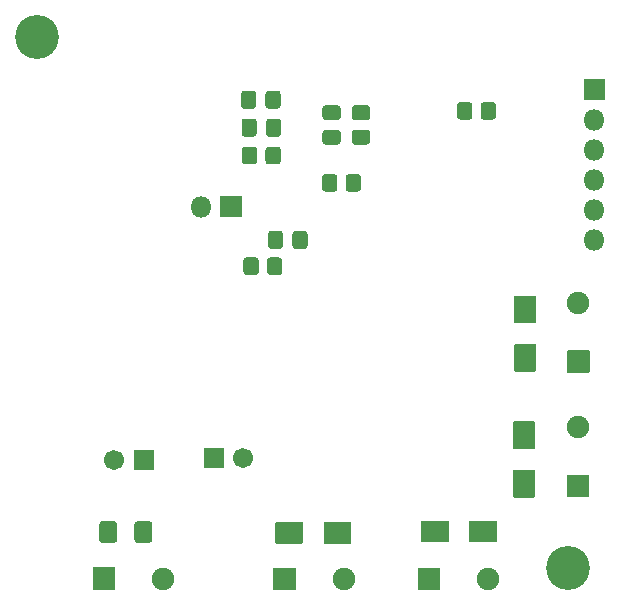
<source format=gbs>
G04 #@! TF.GenerationSoftware,KiCad,Pcbnew,(5.1.8-0-10_14)*
G04 #@! TF.CreationDate,2021-10-21T22:22:27-07:00*
G04 #@! TF.ProjectId,ESP8266_12v_Relay,45535038-3236-4365-9f31-32765f52656c,rev?*
G04 #@! TF.SameCoordinates,Original*
G04 #@! TF.FileFunction,Soldermask,Bot*
G04 #@! TF.FilePolarity,Negative*
%FSLAX46Y46*%
G04 Gerber Fmt 4.6, Leading zero omitted, Abs format (unit mm)*
G04 Created by KiCad (PCBNEW (5.1.8-0-10_14)) date 2021-10-21 22:22:27*
%MOMM*%
%LPD*%
G01*
G04 APERTURE LIST*
%ADD10C,3.716000*%
%ADD11C,1.901600*%
%ADD12O,1.801600X1.801600*%
%ADD13C,1.701600*%
G04 APERTURE END LIST*
D10*
X252730000Y-125730000D03*
D11*
X218440000Y-126644400D03*
G36*
G01*
X212489200Y-127544400D02*
X212489200Y-125744400D01*
G75*
G02*
X212540000Y-125693600I50800J0D01*
G01*
X214340000Y-125693600D01*
G75*
G02*
X214390800Y-125744400I0J-50800D01*
G01*
X214390800Y-127544400D01*
G75*
G02*
X214340000Y-127595200I-50800J0D01*
G01*
X212540000Y-127595200D01*
G75*
G02*
X212489200Y-127544400I0J50800D01*
G01*
G37*
D12*
X254965200Y-97942400D03*
X254965200Y-95402400D03*
X254965200Y-92862400D03*
X254965200Y-90322400D03*
X254965200Y-87782400D03*
G36*
G01*
X254064400Y-86092400D02*
X254064400Y-84392400D01*
G75*
G02*
X254115200Y-84341600I50800J0D01*
G01*
X255815200Y-84341600D01*
G75*
G02*
X255866000Y-84392400I0J-50800D01*
G01*
X255866000Y-86092400D01*
G75*
G02*
X255815200Y-86143200I-50800J0D01*
G01*
X254115200Y-86143200D01*
G75*
G02*
X254064400Y-86092400I0J50800D01*
G01*
G37*
D13*
X214314400Y-116586000D03*
G36*
G01*
X217665200Y-115786000D02*
X217665200Y-117386000D01*
G75*
G02*
X217614400Y-117436800I-50800J0D01*
G01*
X216014400Y-117436800D01*
G75*
G02*
X215963600Y-117386000I0J50800D01*
G01*
X215963600Y-115786000D01*
G75*
G02*
X216014400Y-115735200I50800J0D01*
G01*
X217614400Y-115735200D01*
G75*
G02*
X217665200Y-115786000I0J-50800D01*
G01*
G37*
G36*
G01*
X221896400Y-117233600D02*
X221896400Y-115633600D01*
G75*
G02*
X221947200Y-115582800I50800J0D01*
G01*
X223547200Y-115582800D01*
G75*
G02*
X223598000Y-115633600I0J-50800D01*
G01*
X223598000Y-117233600D01*
G75*
G02*
X223547200Y-117284400I-50800J0D01*
G01*
X221947200Y-117284400D01*
G75*
G02*
X221896400Y-117233600I0J50800D01*
G01*
G37*
X225247200Y-116433600D03*
D10*
X207772000Y-80772000D03*
G36*
G01*
X244434800Y-121755800D02*
X246684800Y-121755800D01*
G75*
G02*
X246735600Y-121806600I0J-50800D01*
G01*
X246735600Y-123506600D01*
G75*
G02*
X246684800Y-123557400I-50800J0D01*
G01*
X244434800Y-123557400D01*
G75*
G02*
X244384000Y-123506600I0J50800D01*
G01*
X244384000Y-121806600D01*
G75*
G02*
X244434800Y-121755800I50800J0D01*
G01*
G37*
G36*
G01*
X240334800Y-121755800D02*
X242584800Y-121755800D01*
G75*
G02*
X242635600Y-121806600I0J-50800D01*
G01*
X242635600Y-123506600D01*
G75*
G02*
X242584800Y-123557400I-50800J0D01*
G01*
X240334800Y-123557400D01*
G75*
G02*
X240284000Y-123506600I0J50800D01*
G01*
X240284000Y-121806600D01*
G75*
G02*
X240334800Y-121755800I50800J0D01*
G01*
G37*
G36*
G01*
X227990400Y-121882800D02*
X230240400Y-121882800D01*
G75*
G02*
X230291200Y-121933600I0J-50800D01*
G01*
X230291200Y-123633600D01*
G75*
G02*
X230240400Y-123684400I-50800J0D01*
G01*
X227990400Y-123684400D01*
G75*
G02*
X227939600Y-123633600I0J50800D01*
G01*
X227939600Y-121933600D01*
G75*
G02*
X227990400Y-121882800I50800J0D01*
G01*
G37*
G36*
G01*
X232090400Y-121882800D02*
X234340400Y-121882800D01*
G75*
G02*
X234391200Y-121933600I0J-50800D01*
G01*
X234391200Y-123633600D01*
G75*
G02*
X234340400Y-123684400I-50800J0D01*
G01*
X232090400Y-123684400D01*
G75*
G02*
X232039600Y-123633600I0J50800D01*
G01*
X232039600Y-121933600D01*
G75*
G02*
X232090400Y-121882800I50800J0D01*
G01*
G37*
D11*
X245969800Y-126669800D03*
G36*
G01*
X240019000Y-127569800D02*
X240019000Y-125769800D01*
G75*
G02*
X240069800Y-125719000I50800J0D01*
G01*
X241869800Y-125719000D01*
G75*
G02*
X241920600Y-125769800I0J-50800D01*
G01*
X241920600Y-127569800D01*
G75*
G02*
X241869800Y-127620600I-50800J0D01*
G01*
X240069800Y-127620600D01*
G75*
G02*
X240019000Y-127569800I0J50800D01*
G01*
G37*
G36*
G01*
X227776200Y-127569800D02*
X227776200Y-125769800D01*
G75*
G02*
X227827000Y-125719000I50800J0D01*
G01*
X229627000Y-125719000D01*
G75*
G02*
X229677800Y-125769800I0J-50800D01*
G01*
X229677800Y-127569800D01*
G75*
G02*
X229627000Y-127620600I-50800J0D01*
G01*
X227827000Y-127620600D01*
G75*
G02*
X227776200Y-127569800I0J50800D01*
G01*
G37*
X233727000Y-126669800D03*
G36*
G01*
X248197000Y-104993000D02*
X248197000Y-102743000D01*
G75*
G02*
X248247800Y-102692200I50800J0D01*
G01*
X249947800Y-102692200D01*
G75*
G02*
X249998600Y-102743000I0J-50800D01*
G01*
X249998600Y-104993000D01*
G75*
G02*
X249947800Y-105043800I-50800J0D01*
G01*
X248247800Y-105043800D01*
G75*
G02*
X248197000Y-104993000I0J50800D01*
G01*
G37*
G36*
G01*
X248197000Y-109093000D02*
X248197000Y-106843000D01*
G75*
G02*
X248247800Y-106792200I50800J0D01*
G01*
X249947800Y-106792200D01*
G75*
G02*
X249998600Y-106843000I0J-50800D01*
G01*
X249998600Y-109093000D01*
G75*
G02*
X249947800Y-109143800I-50800J0D01*
G01*
X248247800Y-109143800D01*
G75*
G02*
X248197000Y-109093000I0J50800D01*
G01*
G37*
G36*
G01*
X248095400Y-119735600D02*
X248095400Y-117485600D01*
G75*
G02*
X248146200Y-117434800I50800J0D01*
G01*
X249846200Y-117434800D01*
G75*
G02*
X249897000Y-117485600I0J-50800D01*
G01*
X249897000Y-119735600D01*
G75*
G02*
X249846200Y-119786400I-50800J0D01*
G01*
X248146200Y-119786400D01*
G75*
G02*
X248095400Y-119735600I0J50800D01*
G01*
G37*
G36*
G01*
X248095400Y-115635600D02*
X248095400Y-113385600D01*
G75*
G02*
X248146200Y-113334800I50800J0D01*
G01*
X249846200Y-113334800D01*
G75*
G02*
X249897000Y-113385600I0J-50800D01*
G01*
X249897000Y-115635600D01*
G75*
G02*
X249846200Y-115686400I-50800J0D01*
G01*
X248146200Y-115686400D01*
G75*
G02*
X248095400Y-115635600I0J50800D01*
G01*
G37*
X253619000Y-103280200D03*
G36*
G01*
X254519000Y-109231000D02*
X252719000Y-109231000D01*
G75*
G02*
X252668200Y-109180200I0J50800D01*
G01*
X252668200Y-107380200D01*
G75*
G02*
X252719000Y-107329400I50800J0D01*
G01*
X254519000Y-107329400D01*
G75*
G02*
X254569800Y-107380200I0J-50800D01*
G01*
X254569800Y-109180200D01*
G75*
G02*
X254519000Y-109231000I-50800J0D01*
G01*
G37*
G36*
G01*
X254493600Y-119772000D02*
X252693600Y-119772000D01*
G75*
G02*
X252642800Y-119721200I0J50800D01*
G01*
X252642800Y-117921200D01*
G75*
G02*
X252693600Y-117870400I50800J0D01*
G01*
X254493600Y-117870400D01*
G75*
G02*
X254544400Y-117921200I0J-50800D01*
G01*
X254544400Y-119721200D01*
G75*
G02*
X254493600Y-119772000I-50800J0D01*
G01*
G37*
X253593600Y-113821200D03*
G36*
G01*
X223355800Y-94247600D02*
X225055800Y-94247600D01*
G75*
G02*
X225106600Y-94298400I0J-50800D01*
G01*
X225106600Y-95998400D01*
G75*
G02*
X225055800Y-96049200I-50800J0D01*
G01*
X223355800Y-96049200D01*
G75*
G02*
X223305000Y-95998400I0J50800D01*
G01*
X223305000Y-94298400D01*
G75*
G02*
X223355800Y-94247600I50800J0D01*
G01*
G37*
D12*
X221665800Y-95148400D03*
G36*
G01*
X234699817Y-88634900D02*
X235708183Y-88634900D01*
G75*
G02*
X235979800Y-88906517I0J-271617D01*
G01*
X235979800Y-89639883D01*
G75*
G02*
X235708183Y-89911500I-271617J0D01*
G01*
X234699817Y-89911500D01*
G75*
G02*
X234428200Y-89639883I0J271617D01*
G01*
X234428200Y-88906517D01*
G75*
G02*
X234699817Y-88634900I271617J0D01*
G01*
G37*
G36*
G01*
X234699817Y-86559900D02*
X235708183Y-86559900D01*
G75*
G02*
X235979800Y-86831517I0J-271617D01*
G01*
X235979800Y-87564883D01*
G75*
G02*
X235708183Y-87836500I-271617J0D01*
G01*
X234699817Y-87836500D01*
G75*
G02*
X234428200Y-87564883I0J271617D01*
G01*
X234428200Y-86831517D01*
G75*
G02*
X234699817Y-86559900I271617J0D01*
G01*
G37*
G36*
G01*
X232210617Y-86563800D02*
X233218983Y-86563800D01*
G75*
G02*
X233490600Y-86835417I0J-271617D01*
G01*
X233490600Y-87568783D01*
G75*
G02*
X233218983Y-87840400I-271617J0D01*
G01*
X232210617Y-87840400D01*
G75*
G02*
X231939000Y-87568783I0J271617D01*
G01*
X231939000Y-86835417D01*
G75*
G02*
X232210617Y-86563800I271617J0D01*
G01*
G37*
G36*
G01*
X232210617Y-88638800D02*
X233218983Y-88638800D01*
G75*
G02*
X233490600Y-88910417I0J-271617D01*
G01*
X233490600Y-89643783D01*
G75*
G02*
X233218983Y-89915400I-271617J0D01*
G01*
X232210617Y-89915400D01*
G75*
G02*
X231939000Y-89643783I0J271617D01*
G01*
X231939000Y-88910417D01*
G75*
G02*
X232210617Y-88638800I271617J0D01*
G01*
G37*
G36*
G01*
X228447000Y-87964017D02*
X228447000Y-88972383D01*
G75*
G02*
X228175383Y-89244000I-271617J0D01*
G01*
X227442017Y-89244000D01*
G75*
G02*
X227170400Y-88972383I0J271617D01*
G01*
X227170400Y-87964017D01*
G75*
G02*
X227442017Y-87692400I271617J0D01*
G01*
X228175383Y-87692400D01*
G75*
G02*
X228447000Y-87964017I0J-271617D01*
G01*
G37*
G36*
G01*
X226372000Y-87964017D02*
X226372000Y-88972383D01*
G75*
G02*
X226100383Y-89244000I-271617J0D01*
G01*
X225367017Y-89244000D01*
G75*
G02*
X225095400Y-88972383I0J271617D01*
G01*
X225095400Y-87964017D01*
G75*
G02*
X225367017Y-87692400I271617J0D01*
G01*
X226100383Y-87692400D01*
G75*
G02*
X226372000Y-87964017I0J-271617D01*
G01*
G37*
G36*
G01*
X226321200Y-85601817D02*
X226321200Y-86610183D01*
G75*
G02*
X226049583Y-86881800I-271617J0D01*
G01*
X225316217Y-86881800D01*
G75*
G02*
X225044600Y-86610183I0J271617D01*
G01*
X225044600Y-85601817D01*
G75*
G02*
X225316217Y-85330200I271617J0D01*
G01*
X226049583Y-85330200D01*
G75*
G02*
X226321200Y-85601817I0J-271617D01*
G01*
G37*
G36*
G01*
X228396200Y-85601817D02*
X228396200Y-86610183D01*
G75*
G02*
X228124583Y-86881800I-271617J0D01*
G01*
X227391217Y-86881800D01*
G75*
G02*
X227119600Y-86610183I0J271617D01*
G01*
X227119600Y-85601817D01*
G75*
G02*
X227391217Y-85330200I271617J0D01*
G01*
X228124583Y-85330200D01*
G75*
G02*
X228396200Y-85601817I0J-271617D01*
G01*
G37*
G36*
G01*
X227330600Y-98471983D02*
X227330600Y-97463617D01*
G75*
G02*
X227602217Y-97192000I271617J0D01*
G01*
X228335583Y-97192000D01*
G75*
G02*
X228607200Y-97463617I0J-271617D01*
G01*
X228607200Y-98471983D01*
G75*
G02*
X228335583Y-98743600I-271617J0D01*
G01*
X227602217Y-98743600D01*
G75*
G02*
X227330600Y-98471983I0J271617D01*
G01*
G37*
G36*
G01*
X229405600Y-98471983D02*
X229405600Y-97463617D01*
G75*
G02*
X229677217Y-97192000I271617J0D01*
G01*
X230410583Y-97192000D01*
G75*
G02*
X230682200Y-97463617I0J-271617D01*
G01*
X230682200Y-98471983D01*
G75*
G02*
X230410583Y-98743600I-271617J0D01*
G01*
X229677217Y-98743600D01*
G75*
G02*
X229405600Y-98471983I0J271617D01*
G01*
G37*
G36*
G01*
X243332200Y-87525435D02*
X243332200Y-86566165D01*
G75*
G02*
X243603365Y-86295000I271165J0D01*
G01*
X244362635Y-86295000D01*
G75*
G02*
X244633800Y-86566165I0J-271165D01*
G01*
X244633800Y-87525435D01*
G75*
G02*
X244362635Y-87796600I-271165J0D01*
G01*
X243603365Y-87796600D01*
G75*
G02*
X243332200Y-87525435I0J271165D01*
G01*
G37*
G36*
G01*
X245332200Y-87525435D02*
X245332200Y-86566165D01*
G75*
G02*
X245603365Y-86295000I271165J0D01*
G01*
X246362635Y-86295000D01*
G75*
G02*
X246633800Y-86566165I0J-271165D01*
G01*
X246633800Y-87525435D01*
G75*
G02*
X246362635Y-87796600I-271165J0D01*
G01*
X245603365Y-87796600D01*
G75*
G02*
X245332200Y-87525435I0J271165D01*
G01*
G37*
G36*
G01*
X233203800Y-92662165D02*
X233203800Y-93621435D01*
G75*
G02*
X232932635Y-93892600I-271165J0D01*
G01*
X232173365Y-93892600D01*
G75*
G02*
X231902200Y-93621435I0J271165D01*
G01*
X231902200Y-92662165D01*
G75*
G02*
X232173365Y-92391000I271165J0D01*
G01*
X232932635Y-92391000D01*
G75*
G02*
X233203800Y-92662165I0J-271165D01*
G01*
G37*
G36*
G01*
X235203800Y-92662165D02*
X235203800Y-93621435D01*
G75*
G02*
X234932635Y-93892600I-271165J0D01*
G01*
X234173365Y-93892600D01*
G75*
G02*
X233902200Y-93621435I0J271165D01*
G01*
X233902200Y-92662165D01*
G75*
G02*
X234173365Y-92391000I271165J0D01*
G01*
X234932635Y-92391000D01*
G75*
G02*
X235203800Y-92662165I0J-271165D01*
G01*
G37*
G36*
G01*
X225247400Y-100682635D02*
X225247400Y-99723365D01*
G75*
G02*
X225518565Y-99452200I271165J0D01*
G01*
X226277835Y-99452200D01*
G75*
G02*
X226549000Y-99723365I0J-271165D01*
G01*
X226549000Y-100682635D01*
G75*
G02*
X226277835Y-100953800I-271165J0D01*
G01*
X225518565Y-100953800D01*
G75*
G02*
X225247400Y-100682635I0J271165D01*
G01*
G37*
G36*
G01*
X227247400Y-100682635D02*
X227247400Y-99723365D01*
G75*
G02*
X227518565Y-99452200I271165J0D01*
G01*
X228277835Y-99452200D01*
G75*
G02*
X228549000Y-99723365I0J-271165D01*
G01*
X228549000Y-100682635D01*
G75*
G02*
X228277835Y-100953800I-271165J0D01*
G01*
X227518565Y-100953800D01*
G75*
G02*
X227247400Y-100682635I0J271165D01*
G01*
G37*
G36*
G01*
X227120400Y-91310035D02*
X227120400Y-90350765D01*
G75*
G02*
X227391565Y-90079600I271165J0D01*
G01*
X228150835Y-90079600D01*
G75*
G02*
X228422000Y-90350765I0J-271165D01*
G01*
X228422000Y-91310035D01*
G75*
G02*
X228150835Y-91581200I-271165J0D01*
G01*
X227391565Y-91581200D01*
G75*
G02*
X227120400Y-91310035I0J271165D01*
G01*
G37*
G36*
G01*
X225120400Y-91310035D02*
X225120400Y-90350765D01*
G75*
G02*
X225391565Y-90079600I271165J0D01*
G01*
X226150835Y-90079600D01*
G75*
G02*
X226422000Y-90350765I0J-271165D01*
G01*
X226422000Y-91310035D01*
G75*
G02*
X226150835Y-91581200I-271165J0D01*
G01*
X225391565Y-91581200D01*
G75*
G02*
X225120400Y-91310035I0J271165D01*
G01*
G37*
G36*
G01*
X213039600Y-123365376D02*
X213039600Y-122049424D01*
G75*
G02*
X213307424Y-121781600I267824J0D01*
G01*
X214298376Y-121781600D01*
G75*
G02*
X214566200Y-122049424I0J-267824D01*
G01*
X214566200Y-123365376D01*
G75*
G02*
X214298376Y-123633200I-267824J0D01*
G01*
X213307424Y-123633200D01*
G75*
G02*
X213039600Y-123365376I0J267824D01*
G01*
G37*
G36*
G01*
X216014600Y-123365376D02*
X216014600Y-122049424D01*
G75*
G02*
X216282424Y-121781600I267824J0D01*
G01*
X217273376Y-121781600D01*
G75*
G02*
X217541200Y-122049424I0J-267824D01*
G01*
X217541200Y-123365376D01*
G75*
G02*
X217273376Y-123633200I-267824J0D01*
G01*
X216282424Y-123633200D01*
G75*
G02*
X216014600Y-123365376I0J267824D01*
G01*
G37*
M02*

</source>
